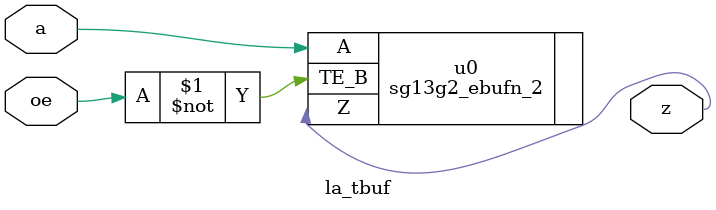
<source format=v>

(* keep_hierarchy *)
module la_tbuf #(
    parameter PROP = "DEFAULT"
) (
    input  a,
    input  oe,
    output z
);

  // assign z = oe ? a : 1'bz;

  sg13g2_ebufn_2 u0 (
      .A(a),
      .TE_B(~oe),
      .Z(z)
  );

endmodule

</source>
